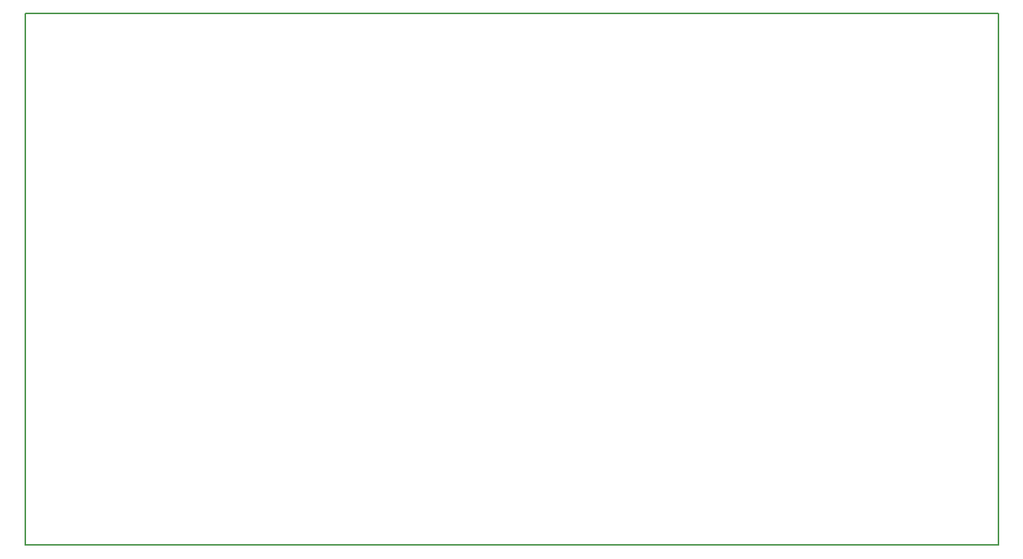
<source format=gbr>
G04 #@! TF.FileFunction,Profile,NP*
%FSLAX46Y46*%
G04 Gerber Fmt 4.6, Leading zero omitted, Abs format (unit mm)*
G04 Created by KiCad (PCBNEW 4.0.2+dfsg1-stable) date Fri 02 Mar 2018 05:51:11 PM -05*
%MOMM*%
G01*
G04 APERTURE LIST*
%ADD10C,0.100000*%
%ADD11C,0.150000*%
G04 APERTURE END LIST*
D10*
D11*
X202184000Y-110236000D02*
X191008000Y-110236000D01*
X202184000Y-49784000D02*
X202184000Y-110236000D01*
X191008000Y-49784000D02*
X202184000Y-49784000D01*
X91440000Y-110236000D02*
X91440000Y-49784000D01*
X191008000Y-110236000D02*
X91440000Y-110236000D01*
X91440000Y-49784000D02*
X191008000Y-49784000D01*
M02*

</source>
